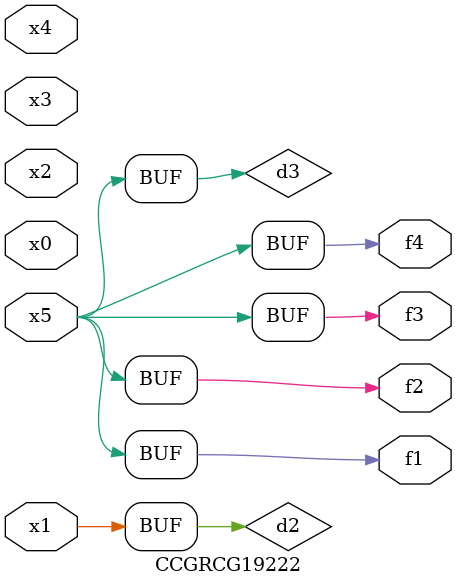
<source format=v>
module CCGRCG19222(
	input x0, x1, x2, x3, x4, x5,
	output f1, f2, f3, f4
);

	wire d1, d2, d3;

	not (d1, x5);
	or (d2, x1);
	xnor (d3, d1);
	assign f1 = d3;
	assign f2 = d3;
	assign f3 = d3;
	assign f4 = d3;
endmodule

</source>
